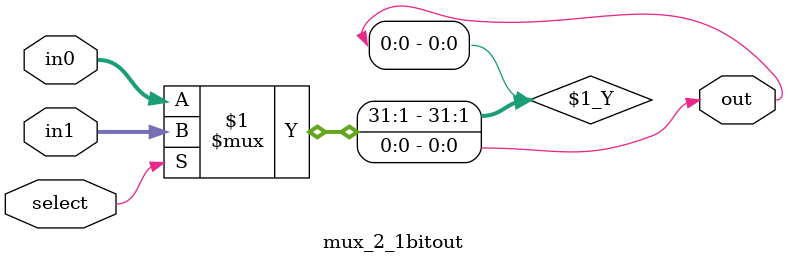
<source format=v>
module mux_2_1bitout(out, select, in0, in1);
    input select;
    input [31:0] in0, in1;
    output out;
    assign out = select ? in1 : in0;
endmodule
</source>
